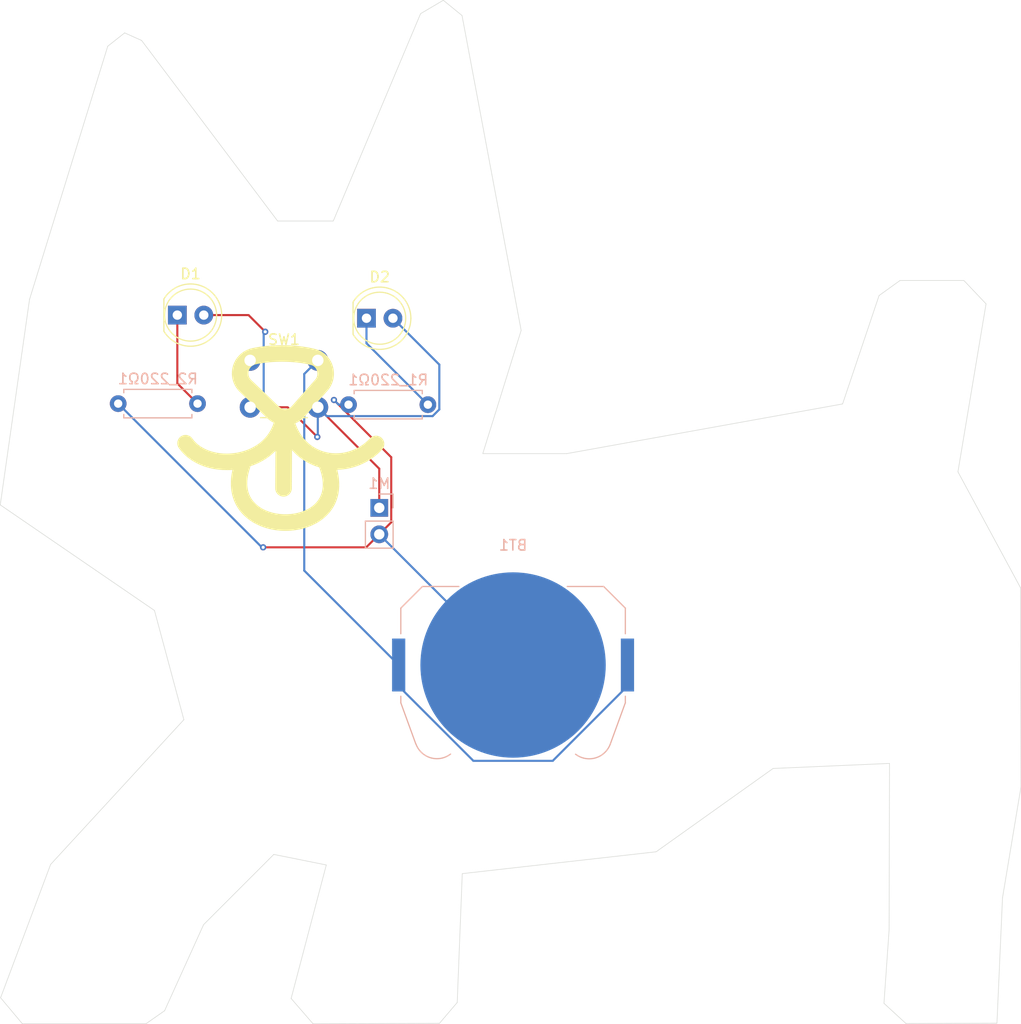
<source format=kicad_pcb>
(kicad_pcb (version 20241229) (generator "pcbnew") (generator_version "9.0")
  (layers (0 "F.Cu" signal) (2 "B.Cu" signal) (13 "F.Paste" user) (15 "B.Paste" user) (5 "F.SilkS" user "F.Silkscreen") (7 "B.SilkS" user "B.Silkscreen") (1 "F.Mask" user) (3 "B.Mask" user) (25 "Edge.Cuts" user))
  (net 0 "")
  (net 1 "Net-(BT1-+)")
  (net 2 "Net-(BT1--)")
  (net 3 "Net-(D1-A)")
  (net 4 "Net-(D1-K)")
  (net 5 "Net-(D2-K)")
  (footprint "LED_THT:LED_D5.0mm" (layer "F.Cu") (at 147.225 80.1)
    (property "Reference" "D2" (at 1.27 -3.96 0) (layer "F.SilkS"))
    (property "Value" "LED")
    (fp_line (start -1.29 -1.545) (end -1.29 1.545) (stroke (width 0.12)) (layer "F.SilkS"))
    (fp_arc (start -1.29 -1.54483) (mid 2.071756 -2.880501) (end 4.26 -0.000048) (stroke (width 0.12)) (layer "F.SilkS"))
    (fp_arc (start 4.26 0.000048) (mid 2.071756 2.880501) (end -1.29 1.54483) (stroke (width 0.12)) (layer "F.SilkS"))
    (fp_circle (center 1.27 0) (end 3.77 0) (stroke (width 0.12)) (fill no) (layer "F.SilkS"))
    (pad "1" thru_hole rect (at 0 0) (size 1.8 1.8) (drill 0.9) (layers "*.Cu" "*.Mask") (net 5 "Net-(D2-K)"))
    (pad "2" thru_hole circle (at 2.54 0) (size 1.8 1.8) (drill 0.9) (layers "*.Cu" "*.Mask") (net 3 "Net-(D1-A)"))
  )
  (footprint "LED_THT:LED_D5.0mm" (layer "F.Cu") (at 129.06 79.8)
    (property "Reference" "D1" (at 1.27 -3.96 0) (layer "F.SilkS"))
    (property "Value" "LED")
    (fp_line (start -1.29 -1.545) (end -1.29 1.545) (stroke (width 0.12)) (layer "F.SilkS"))
    (fp_arc (start -1.29 -1.54483) (mid 2.071756 -2.880501) (end 4.26 -0.000048) (stroke (width 0.12)) (layer "F.SilkS"))
    (fp_arc (start 4.26 0.000048) (mid 2.071756 2.880501) (end -1.29 1.54483) (stroke (width 0.12)) (layer "F.SilkS"))
    (fp_circle (center 1.27 0) (end 3.77 0) (stroke (width 0.12)) (fill no) (layer "F.SilkS"))
    (pad "1" thru_hole rect (at 0 0) (size 1.8 1.8) (drill 0.9) (layers "*.Cu" "*.Mask") (net 4 "Net-(D1-K)"))
    (pad "2" thru_hole circle (at 2.54 0) (size 1.8 1.8) (drill 0.9) (layers "*.Cu" "*.Mask") (net 3 "Net-(D1-A)"))
  )
  (footprint "Button_Switch_THT:SW_PUSH_6mm" (layer "F.Cu") (at 136.05 84.15)
    (property "Reference" "SW1" (at 3.25 -2 0) (layer "F.SilkS"))
    (property "Value" "SW_Push")
    (fp_line (start -0.25 1.5) (end -0.25 3) (stroke (width 0.12)) (layer "F.SilkS"))
    (fp_line (start 1 5.5) (end 5.5 5.5) (stroke (width 0.12)) (layer "F.SilkS"))
    (fp_line (start 5.5 -1) (end 1 -1) (stroke (width 0.12)) (layer "F.SilkS"))
    (fp_line (start 6.75 3) (end 6.75 1.5) (stroke (width 0.12)) (layer "F.SilkS"))
    (pad "1" thru_hole circle (at 0 0 90) (size 2 2) (drill 1.1) (layers "*.Cu" "*.Mask") (net 1 "Net-(BT1-+)"))
    (pad "1" thru_hole circle (at 6.5 0 90) (size 2 2) (drill 1.1) (layers "*.Cu" "*.Mask") (net 1 "Net-(BT1-+)"))
    (pad "2" thru_hole circle (at 0 4.5 90) (size 2 2) (drill 1.1) (layers "*.Cu" "*.Mask") (net 3 "Net-(D1-A)"))
    (pad "2" thru_hole circle (at 6.5 4.5 90) (size 2 2) (drill 1.1) (layers "*.Cu" "*.Mask") (net 3 "Net-(D1-A)"))
  )
  (footprint "Connector_PinHeader_2.54mm:PinHeader_1x02_P2.54mm_Vertical" (layer "B.Cu") (at 148.45 98.31 180)
    (property "Reference" "M1" (at 0 2.33 0) (layer "B.SilkS") (effects (justify mirror)))
    (property "Value" "Motor_DC")
    (fp_line (start 1.33 -1.27) (end -1.33 -1.27) (stroke (width 0.12)) (layer "B.SilkS"))
    (fp_line (start 1.33 -3.87) (end 1.33 -1.27) (stroke (width 0.12)) (layer "B.SilkS"))
    (fp_line (start 1.33 -3.87) (end -1.33 -3.87) (stroke (width 0.12)) (layer "B.SilkS"))
    (fp_line (start 0 1.33) (end -1.33 1.33) (stroke (width 0.12)) (layer "B.SilkS"))
    (fp_line (start -1.33 1.33) (end -1.33 0) (stroke (width 0.12)) (layer "B.SilkS"))
    (fp_line (start -1.33 -3.87) (end -1.33 -1.27) (stroke (width 0.12)) (layer "B.SilkS"))
    (pad "1" thru_hole rect (at 0 0 180) (size 1.7 1.7) (drill 1) (layers "*.Cu" "*.Mask") (net 3 "Net-(D1-A)"))
    (pad "2" thru_hole oval (at 0 -2.54 180) (size 1.7 1.7) (drill 1) (layers "*.Cu" "*.Mask") (net 2 "Net-(BT1--)"))
  )
  (footprint "Resistor_THT:R_Axial_DIN0207_L6.3mm_D2.5mm_P7.62mm_Horizontal" (layer "B.Cu") (at 131 88.3 180)
    (property "Reference" "R2_220Ω1" (at 3.81 2.37 0) (layer "B.SilkS") (effects (justify mirror)))
    (property "Value" "R")
    (fp_line (start 7.08 1.37) (end 0.54 1.37) (stroke (width 0.12)) (layer "B.SilkS"))
    (fp_line (start 7.08 1.04) (end 7.08 1.37) (stroke (width 0.12)) (layer "B.SilkS"))
    (fp_line (start 7.08 -1.04) (end 7.08 -1.37) (stroke (width 0.12)) (layer "B.SilkS"))
    (fp_line (start 7.08 -1.37) (end 0.54 -1.37) (stroke (width 0.12)) (layer "B.SilkS"))
    (fp_line (start 0.54 1.37) (end 0.54 1.04) (stroke (width 0.12)) (layer "B.SilkS"))
    (fp_line (start 0.54 -1.37) (end 0.54 -1.04) (stroke (width 0.12)) (layer "B.SilkS"))
    (pad "1" thru_hole circle (at 0 0 180) (size 1.6 1.6) (drill 0.8) (layers "*.Cu" "*.Mask") (net 4 "Net-(D1-K)"))
    (pad "2" thru_hole oval (at 7.62 0 180) (size 1.6 1.6) (drill 0.8) (layers "*.Cu" "*.Mask") (net 2 "Net-(BT1--)"))
  )
  (footprint "Battery:BatteryHolder_Keystone_3034_1x20mm" (layer "B.Cu") (at 161.3 113.4 180)
    (property "Reference" "BT1" (at 0 11.5 0) (layer "B.SilkS") (effects (justify mirror)))
    (property "Value" "Battery")
    (fp_line (start 10.78 5.46) (end 8.7 7.54) (stroke (width 0.12)) (layer "B.SilkS"))
    (fp_line (start 10.78 3) (end 10.78 5.46) (stroke (width 0.12)) (layer "B.SilkS"))
    (fp_line (start 10.78 -3.63) (end 10.78 -3) (stroke (width 0.12)) (layer "B.SilkS"))
    (fp_line (start 9.34 -7.58) (end 10.78 -3.63) (stroke (width 0.12)) (layer "B.SilkS"))
    (fp_line (start 5.2 7.54) (end 8.7 7.54) (stroke (width 0.12)) (layer "B.SilkS"))
    (fp_line (start -8.7 7.54) (end -5.2 7.54) (stroke (width 0.12)) (layer "B.SilkS"))
    (fp_line (start -9.34 -7.58) (end -10.78 -3.63) (stroke (width 0.12)) (layer "B.SilkS"))
    (fp_line (start -10.78 5.46) (end -8.7 7.54) (stroke (width 0.12)) (layer "B.SilkS"))
    (fp_line (start -10.78 3) (end -10.78 5.46) (stroke (width 0.12)) (layer "B.SilkS"))
    (fp_line (start -10.78 -3.63) (end -10.78 -3) (stroke (width 0.12)) (layer "B.SilkS"))
    (fp_arc (start 6 -8.55) (mid 7.90634 -8.911669) (end 9.325243 -7.588169) (stroke (width 0.12)) (layer "B.SilkS"))
    (fp_arc (start -9.34 -7.58) (mid -7.921654 -8.918738) (end -6.003354 -8.56653) (stroke (width 0.12)) (layer "B.SilkS"))
    (pad "1" smd rect (at -10.985 0 180) (size 1.27 5.08) (layers "B.Cu" "B.Mask" "B.Paste") (net 1 "Net-(BT1-+)"))
    (pad "1" smd rect (at 10.985 0 180) (size 1.27 5.08) (layers "B.Cu" "B.Mask" "B.Paste") (net 1 "Net-(BT1-+)"))
    (pad "2" smd circle (at 0 0 180) (size 17.8 17.8) (layers "B.Cu" "B.Mask") (net 2 "Net-(BT1--)"))
  )
  (footprint "Resistor_THT:R_Axial_DIN0207_L6.3mm_D2.5mm_P7.62mm_Horizontal" (layer "B.Cu") (at 153.12 88.4 180)
    (property "Reference" "R1_220Ω1" (at 3.81 2.37 0) (layer "B.SilkS") (effects (justify mirror)))
    (property "Value" "R")
    (fp_line (start 7.08 1.37) (end 0.54 1.37) (stroke (width 0.12)) (layer "B.SilkS"))
    (fp_line (start 7.08 1.04) (end 7.08 1.37) (stroke (width 0.12)) (layer "B.SilkS"))
    (fp_line (start 7.08 -1.04) (end 7.08 -1.37) (stroke (width 0.12)) (layer "B.SilkS"))
    (fp_line (start 7.08 -1.37) (end 0.54 -1.37) (stroke (width 0.12)) (layer "B.SilkS"))
    (fp_line (start 0.54 1.37) (end 0.54 1.04) (stroke (width 0.12)) (layer "B.SilkS"))
    (fp_line (start 0.54 -1.37) (end 0.54 -1.04) (stroke (width 0.12)) (layer "B.SilkS"))
    (pad "1" thru_hole circle (at 0 0 180) (size 1.6 1.6) (drill 0.8) (layers "*.Cu" "*.Mask") (net 5 "Net-(D2-K)"))
    (pad "2" thru_hole oval (at 7.62 0 180) (size 1.6 1.6) (drill 0.8) (layers "*.Cu" "*.Mask") (net 2 "Net-(BT1--)"))
  )
  (gr_poly (pts (xy 139.699925 82.702012) (xy 140.09574 82.721964) (xy 140.486251 82.75189) (xy 140.869386 82.791763) (xy 141.243074 82.841556) (xy 141.605244 82.901241) (xy 141.953825 82.970791) (xy 142.286746 83.050178) (xy 142.437515 83.094382) (xy 142.583828 83.147739) (xy 142.725374 83.209954) (xy 142.861838 83.280732) (xy 142.992907 83.359776) (xy 143.118268 83.446791) (xy 143.237606 83.541483) (xy 143.350609 83.643556) (xy 143.456963 83.752713) (xy 143.556355 83.86866) (xy 143.648471 83.991102) (xy 143.732997 84.119742) (xy 143.809621 84.254286) (xy 143.878028 84.394437) (xy 143.937906 84.539901) (xy 143.988941 84.690383) (xy 144.03143 84.847354) (xy 144.063609 85.0052) (xy 144.08556 85.163492) (xy 144.097364 85.321797) (xy 144.099103 85.479683) (xy 144.09086 85.63672) (xy 144.072715 85.792476) (xy 144.04475 85.946519) (xy 144.007048 86.098419) (xy 143.95969 86.247743) (xy 143.902758 86.39406) (xy 143.836333 86.536938) (xy 143.760497 86.675947) (xy 143.675333 86.810655) (xy 143.580921 86.94063) (xy 143.477344 87.065441) (xy 141.269767 89.564482) (xy 141.222609 89.616515) (xy 141.17418 89.666817) (xy 141.124515 89.715403) (xy 141.073651 89.762286) (xy 141.021625 89.80748) (xy 140.968473 89.850997) (xy 140.91423 89.892853) (xy 140.858934 89.93306) (xy 140.802621 89.971631) (xy 140.745326 90.008582) (xy 140.687087 90.043925) (xy 140.627939 90.077673) (xy 140.567919 90.109841) (xy 140.507064 90.140443) (xy 140.445408 90.169491) (xy 140.38299 90.196999) (xy 140.417096 90.255911) (xy 140.521012 90.522036) (xy 140.638318 90.77718) (xy 140.768598 91.020969) (xy 140.911433 91.253032) (xy 141.066405 91.472995) (xy 141.233096 91.680487) (xy 141.411087 91.875135) (xy 141.599961 92.056566) (xy 141.7993 92.224408) (xy 142.008685 92.378289) (xy 142.227698 92.517835) (xy 142.455921 92.642675) (xy 142.692937 92.752436) (xy 142.938327 92.846746) (xy 143.191672 92.925232) (xy 143.452556 92.987521) (xy 143.730298 93.034369) (xy 144.009458 93.062329) (xy 144.289126 93.071695) (xy 144.568394 93.062762) (xy 144.846354 93.035825) (xy 145.122097 92.99118) (xy 145.394715 92.929122) (xy 145.663299 92.849945) (xy 145.926941 92.753945) (xy 146.184733 92.641417) (xy 146.435766 92.512656) (xy 146.679132 92.367957) (xy 146.913922 92.207615) (xy 147.139227 92.031926) (xy 147.35414 91.841184) (xy 147.557752 91.635685) (xy 147.586518 91.606345) (xy 147.616378 91.578788) (xy 147.647263 91.553016) (xy 147.679106 91.529031) (xy 147.711836 91.506835) (xy 147.745386 91.486431) (xy 147.779686 91.467821) (xy 147.814668 91.451008) (xy 147.850264 91.435993) (xy 147.886404 91.422779) (xy 147.92302 91.411368) (xy 147.960043 91.401762) (xy 147.997404 91.393964) (xy 148.035035 91.387976) (xy 148.072868 91.3838) (xy 148.110832 91.381439) (xy 148.14886 91.380894) (xy 148.186883 91.382169) (xy 148.224832 91.385264) (xy 148.262639 91.390183) (xy 148.300234 91.396928) (xy 148.33755 91.405501) (xy 148.374517 91.415905) (xy 148.411066 91.428141) (xy 148.44713 91.442212) (xy 148.482638 91.45812) (xy 148.517524 91.475868) (xy 148.551717 91.495457) (xy 148.585149 91.51689) (xy 148.617752 91.54017) (xy 148.649457 91.565298) (xy 148.680194 91.592277) (xy 148.709534 91.62077) (xy 148.737092 91.650392) (xy 148.762864 91.681073) (xy 148.786849 91.712741) (xy 148.809045 91.745327) (xy 148.829449 91.77876) (xy 148.848059 91.81297) (xy 148.864872 91.847886) (xy 148.879887 91.883438) (xy 148.893101 91.919556) (xy 148.904512 91.956169) (xy 148.914118 91.993207) (xy 148.921916 92.030599) (xy 148.927904 92.068275) (xy 148.93208 92.106164) (xy 148.934441 92.144196) (xy 148.934986 92.182302) (xy 148.933711 92.220409) (xy 148.930616 92.258448) (xy 148.925696 92.296349) (xy 148.918951 92.334041) (xy 148.910378 92.371453) (xy 148.899975 92.408516) (xy 148.887738 92.445158) (xy 148.873667 92.48131) (xy 148.857759 92.5169) (xy 148.840011 92.551859) (xy 148.820422 92.586117) (xy 148.798989 92.619602) (xy 148.775709 92.652244) (xy 148.750581 92.683974) (xy 148.723602 92.71472) (xy 148.507432 92.936403) (xy 148.281401 93.145546) (xy 148.046115 93.341964) (xy 147.802177 93.525469) (xy 147.55019 93.695876) (xy 147.29076 93.852998) (xy 147.024491 93.996648) (xy 146.751986 94.126642) (xy 146.473849 94.242792) (xy 146.190686 94.344912) (xy 145.9031 94.432816) (xy 145.611695 94.506318) (xy 145.317075 94.565232) (xy 145.019845 94.609371) (xy 144.720609 94.638548) (xy 144.419971 94.652579) (xy 144.500611 95.008986) (xy 144.55886 95.359306) (xy 144.594782 95.703049) (xy 144.608439 96.039724) (xy 144.606939 96.205258) (xy 144.599896 96.368841) (xy 144.587319 96.530412) (xy 144.569216 96.68991) (xy 144.545594 96.847273) (xy 144.516462 97.002439) (xy 144.481827 97.155349) (xy 144.441698 97.305939) (xy 144.396082 97.454149) (xy 144.344988 97.599918) (xy 144.288422 97.743184) (xy 144.226394 97.883886) (xy 144.158911 98.021963) (xy 144.085981 98.157353) (xy 144.007612 98.289995) (xy 143.923812 98.419828) (xy 143.834588 98.54679) (xy 143.73995 98.67082) (xy 143.639904 98.791857) (xy 143.534459 98.909839) (xy 143.423623 99.024705) (xy 143.307403 99.136394) (xy 143.185808 99.244845) (xy 143.058845 99.349995) (xy 142.872887 99.491379) (xy 142.679291 99.623673) (xy 142.478557 99.746874) (xy 142.271184 99.860978) (xy 142.057671 99.965979) (xy 141.838519 100.061873) (xy 141.614225 100.148656) (xy 141.385291 100.226323) (xy 141.152214 100.29487) (xy 140.915494 100.354292) (xy 140.675631 100.404584) (xy 140.433125 100.445742) (xy 140.188473 100.477762) (xy 139.942177 100.500639) (xy 139.694735 100.514369) (xy 139.446646 100.518946) (xy 139.216454 100.51502) (xy 138.986582 100.503227) (xy 138.757419 100.483551) (xy 138.529357 100.455973) (xy 138.302785 100.420473) (xy 138.078094 100.377036) (xy 137.855675 100.325641) (xy 137.635916 100.26627) (xy 137.41921 100.198906) (xy 137.205946 100.12353) (xy 136.996514 100.040123) (xy 136.791305 99.948668) (xy 136.59071 99.849146) (xy 136.395118 99.741539) (xy 136.204919 99.625828) (xy 136.020505 99.501996) (xy 135.742233 99.290945) (xy 135.486544 99.065119) (xy 135.253564 98.825077) (xy 135.043422 98.571378) (xy 134.856243 98.30458) (xy 134.692155 98.025242) (xy 134.551286 97.733923) (xy 134.433763 97.43118) (xy 134.339711 97.117573) (xy 134.26926 96.79366) (xy 134.222536 96.459999) (xy 134.199665 96.11715) (xy 134.200382 95.890324) (xy 135.774432 95.890324) (xy 135.774625 96.02194) (xy 135.779861 96.151209) (xy 135.79013 96.278104) (xy 135.805427 96.4026) (xy 135.825744 96.524668) (xy 135.851073 96.644284) (xy 135.881407 96.761419) (xy 135.916739 96.876047) (xy 135.957061 96.988142) (xy 136.002366 97.097677) (xy 136.052647 97.204626) (xy 136.107895 97.30896) (xy 136.168105 97.410655) (xy 136.233268 97.509683) (xy 136.303377 97.606017) (xy 136.378425 97.699632) (xy 136.458404 97.790499) (xy 136.543308 97.878593) (xy 136.633127 97.963887) (xy 136.727856 98.046355) (xy 136.827487 98.125969) (xy 136.932013 98.202702) (xy 137.068236 98.293531) (xy 137.209804 98.378244) (xy 137.35634 98.456848) (xy 137.507466 98.52935) (xy 137.821979 98.656075) (xy 138.150322 98.758475) (xy 138.489474 98.836602) (xy 138.836415 98.890513) (xy 139.188125 98.920261) (xy 139.541583 98.925901) (xy 139.893768 98.907488) (xy 140.241661 98.865075) (xy 140.58224 98.798719) (xy 140.912485 98.708472) (xy 141.229375 98.594391) (xy 141.529891 98.456528) (xy 141.673064 98.378696) (xy 141.811011 98.294939) (xy 141.943354 98.205265) (xy 142.069715 98.109679) (xy 142.251971 97.951443) (xy 142.415043 97.782646) (xy 142.55893 97.603483) (xy 142.683632 97.414149) (xy 142.789149 97.214841) (xy 142.875481 97.005754) (xy 142.942628 96.787082) (xy 142.990591 96.559022) (xy 143.019368 96.321769) (xy 143.028961 96.075519) (xy 143.019369 95.820466) (xy 142.990592 95.556807) (xy 142.94263 95.284737) (xy 142.875482 95.004452) (xy 142.78915 94.716146) (xy 142.683633 94.420015) (xy 142.492743 94.360544) (xy 142.305015 94.294947) (xy 142.120557 94.223274) (xy 141.939478 94.145573) (xy 141.761889 94.061896) (xy 141.587896 93.972291) (xy 141.417611 93.87681) (xy 141.251141 93.775501) (xy 141.088595 93.668415) (xy 140.930083 93.555601) (xy 140.775713 93.43711) (xy 140.625595 93.312992) (xy 140.479838 93.183295) (xy 140.338549 93.04807) (xy 140.201839 92.907368) (xy 140.069817 92.761237) (xy 140.051214 96.438521) (xy 140.049905 96.479254) (xy 140.046592 96.519447) (xy 140.041323 96.55905) (xy 140.034148 96.598015) (xy 140.025115 96.636291) (xy 140.014274 96.673831) (xy 140.001673 96.710583) (xy 139.98736 96.746498) (xy 139.971385 96.781529) (xy 139.953797 96.815624) (xy 139.934644 96.848734) (xy 139.913975 96.880811) (xy 139.891839 96.911804) (xy 139.868285 96.941665) (xy 139.843362 96.970344) (xy 139.817118 96.997791) (xy 139.789603 97.023958) (xy 139.760864 97.048794) (xy 139.730951 97.07225) (xy 139.699914 97.094278) (xy 139.6678 97.114827) (xy 139.634658 97.133849) (xy 139.600537 97.151293) (xy 139.565487 97.167111) (xy 139.529555 97.181253) (xy 139.492791 97.193669) (xy 139.455244 97.204311) (xy 139.416962 97.213129) (xy 139.377994 97.220073) (xy 139.338389 97.225094) (xy 139.298196 97.228143) (xy 139.257464 97.229171) (xy 139.254362 97.229171) (xy 139.213349 97.227853) (xy 139.172894 97.224515) (xy 139.133046 97.219205) (xy 139.093854 97.211974) (xy 139.055369 97.202871) (xy 139.01764 97.191948) (xy 138.980716 97.179252) (xy 138.944646 97.164836) (xy 138.90948 97.148748) (xy 138.875267 97.131039) (xy 138.842056 97.111758) (xy 138.809898 97.090955) (xy 138.778841 97.068681) (xy 138.748935 97.044986) (xy 138.720229 97.019919) (xy 138.692772 96.99353) (xy 138.666615 96.965869) (xy 138.641805 96.936986) (xy 138.618394 96.906932) (xy 138.59643 96.875756) (xy 138.575962 96.843508) (xy 138.55704 96.810238) (xy 138.539714 96.775996) (xy 138.524032 96.740832) (xy 138.510044 96.704796) (xy 138.4978 96.667938) (xy 138.487349 96.630308) (xy 138.47874 96.591956) (xy 138.472023 96.552931) (xy 138.467247 96.513284) (xy 138.464462 96.473065) (xy 138.463716 96.432324) (xy 138.482321 92.848066) (xy 138.482319 92.848048) (xy 138.482318 92.84803) (xy 138.482317 92.848012) (xy 138.482316 92.847995) (xy 138.482314 92.847959) (xy 138.482313 92.847923) (xy 138.358889 92.968266) (xy 138.231649 93.08506) (xy 138.100629 93.198246) (xy 137.965866 93.307765) (xy 137.827396 93.413557) (xy 137.685256 93.515565) (xy 137.539483 93.613729) (xy 137.390112 93.707991) (xy 137.23718 93.798292) (xy 137.080725 93.884572) (xy 136.920781 93.966773) (xy 136.757387 94.044837) (xy 136.590578 94.118703) (xy 136.42039 94.188315) (xy 136.246861 94.253611) (xy 136.070027 94.314535) (xy 136.068083 94.331843) (xy 136.066685 94.348934) (xy 136.064215 94.38275) (xy 136.062489 94.399622) (xy 136.06136 94.40808) (xy 136.06 94.416566) (xy 136.058367 94.425088) (xy 136.056421 94.433655) (xy 136.05412 94.442277) (xy 136.051424 94.450963) (xy 136.000793 94.604579) (xy 135.955278 94.756116) (xy 135.914871 94.905545) (xy 135.879565 95.052841) (xy 135.849352 95.197978) (xy 135.824225 95.340927) (xy 135.804177 95.481663) (xy 135.789201 95.620159) (xy 135.779288 95.756388) (xy 135.774432 95.890324) (xy 134.200382 95.890324) (xy 134.200776 95.765671) (xy 134.225995 95.406121) (xy 134.27545 95.039057) (xy 134.349267 94.665039) (xy 134.349266 94.664991) (xy 134.349264 94.664943) (xy 134.349262 94.664895) (xy 134.349261 94.664871) (xy 134.349259 94.664847) (xy 134.206972 94.675165) (xy 134.135665 94.67918) (xy 134.064394 94.682286) (xy 133.993268 94.684375) (xy 133.922397 94.685338) (xy 133.85189 94.685066) (xy 133.781855 94.683449) (xy 133.424503 94.674413) (xy 133.072709 94.647495) (xy 132.727309 94.602981) (xy 132.389138 94.541157) (xy 132.059031 94.462311) (xy 131.737826 94.366727) (xy 131.426358 94.254693) (xy 131.125462 94.126495) (xy 130.835975 93.982418) (xy 130.558732 93.822749) (xy 130.29457 93.647775) (xy 130.044324 93.457782) (xy 129.80883 93.253056) (xy 129.696877 93.145257) (xy 129.588924 93.033882) (xy 129.485078 92.918968) (xy 129.385442 92.800549) (xy 129.290121 92.678661) (xy 129.19922 92.553341) (xy 129.176945 92.519245) (xy 129.15662 92.484436) (xy 129.138235 92.448983) (xy 129.121778 92.412955) (xy 129.107237 92.376421) (xy 129.094602 92.339449) (xy 129.083861 92.302107) (xy 129.075003 92.264466) (xy 129.068016 92.226592) (xy 129.062888 92.188556) (xy 129.05961 92.150425) (xy 129.058168 92.112269) (xy 129.058552 92.074155) (xy 129.060751 92.036154) (xy 129.064753 91.998333) (xy 129.070547 91.960761) (xy 129.078121 91.923507) (xy 129.087464 91.886639) (xy 129.098565 91.850227) (xy 129.111412 91.814338) (xy 129.125994 91.779043) (xy 129.1423 91.744408) (xy 129.160318 91.710504) (xy 129.180036 91.677399) (xy 129.201445 91.64516) (xy 129.224532 91.613858) (xy 129.249285 91.583561) (xy 129.275694 91.554338) (xy 129.303747 91.526256) (xy 129.333433 91.499386) (xy 129.36474 91.473795) (xy 129.397658 91.449552) (xy 129.431754 91.427277) (xy 129.466563 91.406953) (xy 129.502015 91.388568) (xy 129.538043 91.372111) (xy 129.574578 91.35757) (xy 129.61155 91.344935) (xy 129.648891 91.334194) (xy 129.686533 91.325336) (xy 129.724406 91.318348) (xy 129.762443 91.313221) (xy 129.800573 91.309942) (xy 129.83873 91.3085) (xy 129.876843 91.308884) (xy 129.914845 91.311083) (xy 129.952666 91.315084) (xy 129.990238 91.320878) (xy 130.027492 91.328452) (xy 130.064359 91.337795) (xy 130.100772 91.348895) (xy 130.13666 91.361742) (xy 130.171956 91.376324) (xy 130.20659 91.39263) (xy 130.240494 91.410648) (xy 130.2736 91.430367) (xy 130.305838 91.451775) (xy 130.33714 91.474862) (xy 130.367437 91.499616) (xy 130.396661 91.526025) (xy 130.424742 91.554078) (xy 130.451613 91.583764) (xy 130.477203 91.615072) (xy 130.501446 91.64799) (xy 130.65929 91.852748) (xy 130.837784 92.043503) (xy 131.035635 92.219841) (xy 131.251547 92.381349) (xy 131.484227 92.527614) (xy 131.732381 92.658223) (xy 131.994714 92.772762) (xy 132.269932 92.870818) (xy 132.55674 92.951978) (xy 132.853846 93.015828) (xy 133.159954 93.061956) (xy 133.47377 93.089948) (xy 133.794001 93.09939) (xy 134.119351 93.08987) (xy 134.448527 93.060974) (xy 134.780235 93.012289) (xy 135.107775 92.944756) (xy 135.423768 92.859913) (xy 135.727643 92.758255) (xy 136.018827 92.640278) (xy 136.296747 92.506475) (xy 136.560833 92.357343) (xy 136.810511 92.193377) (xy 137.04521 92.015072) (xy 137.156763 91.920697) (xy 137.264357 91.822923) (xy 137.36792 91.721812) (xy 137.46738 91.617426) (xy 137.562667 91.509826) (xy 137.653708 91.399075) (xy 137.740432 91.285234) (xy 137.822768 91.168366) (xy 137.900643 91.048531) (xy 137.973987 90.925793) (xy 138.042729 90.800214) (xy 138.106795 90.671853) (xy 138.166116 90.540775) (xy 138.220618 90.407041) (xy 138.270232 90.270712) (xy 138.314885 90.131851) (xy 138.233968 90.089961) (xy 138.154139 90.045565) (xy 138.114702 90.02237) (xy 138.075619 89.99848) (xy 138.036917 89.973873) (xy 137.998624 89.948525) (xy 137.960768 89.922414) (xy 137.923374 89.895518) (xy 137.886471 89.867813) (xy 137.850086 89.839277) (xy 137.814247 89.809887) (xy 137.778979 89.779621) (xy 137.744312 89.748455) (xy 137.710271 89.716367) (xy 135.059305 87.177004) (xy 134.940222 87.055454) (xy 134.830732 86.927182) (xy 134.73098 86.792731) (xy 134.641111 86.652647) (xy 134.56127 86.507475) (xy 134.491604 86.35776) (xy 134.432257 86.204047) (xy 134.383374 86.046882) (xy 134.345101 85.886808) (xy 134.317584 85.724372) (xy 134.300966 85.560119) (xy 134.296141 85.416761) (xy 135.883087 85.416761) (xy 135.88549 85.472501) (xy 135.891772 85.530712) (xy 135.902559 85.590956) (xy 135.918478 85.652799) (xy 135.940157 85.715805) (xy 135.953351 85.747607) (xy 135.968221 85.779537) (xy 135.984843 85.811539) (xy 136.003297 85.843559) (xy 136.023661 85.875543) (xy 136.046013 85.907436) (xy 136.070432 85.939184) (xy 136.096995 85.970731) (xy 136.125782 86.002025) (xy 136.15687 86.033009) (xy 138.80481 88.569195) (xy 138.83859 88.600218) (xy 138.873605 88.629316) (xy 138.909783 88.656451) (xy 138.947051 88.681588) (xy 138.985337 88.704691) (xy 139.024567 88.725723) (xy 139.064669 88.744647) (xy 139.10557 88.761427) (xy 139.147198 88.776028) (xy 139.18948 88.788412) (xy 139.232343 88.798543) (xy 139.275715 88.806386) (xy 139.319523 88.811903) (xy 139.363695 88.815058) (xy 139.408157 88.815815) (xy 139.452837 88.814138) (xy 139.49792 88.811272) (xy 139.54244 88.806181) (xy 139.586342 88.798891) (xy 139.629572 88.789431) (xy 139.672076 88.777826) (xy 139.713798 88.764105) (xy 139.754684 88.748295) (xy 139.79468 88.730423) (xy 139.833731 88.710515) (xy 139.871783 88.688601) (xy 139.908781 88.664706) (xy 139.944671 88.638858) (xy 139.979398 88.611084) (xy 140.012908 88.581412) (xy 140.045145 88.549868) (xy 140.076057 88.51648) (xy 142.283634 86.01744) (xy 142.321491 85.97227) (xy 142.355978 85.925218) (xy 142.387068 85.876441) (xy 142.414734 85.826091) (xy 142.438947 85.774324) (xy 142.459681 85.721294) (xy 142.476909 85.667155) (xy 142.490603 85.612062) (xy 142.500736 85.556169) (xy 142.507281 85.499632) (xy 142.51021 85.442603) (xy 142.509498 85.385239) (xy 142.505115 85.327692) (xy 142.497035 85.270119) (xy 142.48523 85.212672) (xy 142.469674 85.155508) (xy 142.460912 85.128323) (xy 142.449584 85.097173) (xy 142.435449 85.062671) (xy 142.418267 85.02543) (xy 142.397796 84.986064) (xy 142.373797 84.945184) (xy 142.346028 84.903406) (xy 142.314249 84.861341) (xy 142.278219 84.819603) (xy 142.237697 84.778806) (xy 142.215677 84.758951) (xy 142.192443 84.739562) (xy 142.167966 84.720714) (xy 142.142215 84.702484) (xy 142.115161 84.68495) (xy 142.086774 84.668187) (xy 142.057022 84.652272) (xy 142.025877 84.637282) (xy 141.993309 84.623293) (xy 141.959286 84.610383) (xy 141.923779 84.598628) (xy 141.886758 84.588104) (xy 141.599326 84.519654) (xy 141.296497 84.459665) (xy 140.980315 84.408169) (xy 140.652823 84.365199) (xy 140.316066 84.330786) (xy 139.972087 84.304962) (xy 139.622931 84.287758) (xy 139.27064 84.279207) (xy 138.917259 84.27934) (xy 138.564832 84.288188) (xy 138.215402 84.305784) (xy 137.871014 84.33216) (xy 137.533711 84.367346) (xy 137.205537 84.411376) (xy 136.888535 84.46428) (xy 136.58475 84.526091) (xy 136.524055 84.541916) (xy 136.4653 84.561411) (xy 136.408606 84.584466) (xy 136.354096 84.610973) (xy 136.301894 84.640823) (xy 136.252122 84.673906) (xy 136.204902 84.710114) (xy 136.160357 84.749337) (xy 136.11861 84.791468) (xy 136.079784 84.836396) (xy 136.044001 84.884013) (xy 136.011383 84.934209) (xy 135.982053 84.986877) (xy 135.956135 85.041906) (xy 135.933751 85.099189) (xy 135.915022 85.158615) (xy 135.899727 85.227225) (xy 135.892883 85.268724) (xy 135.88741 85.314437) (xy 135.883936 85.363928) (xy 135.883087 85.416761) (xy 134.296141 85.416761) (xy 134.295395 85.394593) (xy 134.301014 85.228339) (xy 134.31797 85.061904) (xy 134.346408 84.895831) (xy 134.386472 84.730666) (xy 134.438327 84.567524) (xy 134.500606 84.409708) (xy 134.572903 84.257604) (xy 134.654815 84.111598) (xy 134.745938 83.972076) (xy 134.845867 83.839425) (xy 134.954198 83.71403) (xy 135.070527 83.596279) (xy 135.19445 83.486556) (xy 135.325563 83.38525) (xy 135.463462 83.292745) (xy 135.607742 83.209428) (xy 135.757999 83.135686) (xy 135.913829 83.071904) (xy 136.074828 83.018468) (xy 136.240592 82.975766) (xy 136.590954 82.904727) (xy 136.95465 82.843906) (xy 137.32961 82.793278) (xy 137.713762 82.752814) (xy 138.105036 82.722488) (xy 138.50136 82.702271) (xy 138.900664 82.692138) (xy 139.300876 82.692061)) (stroke (width -0.000001)) (fill yes) (layer "F.SilkS"))
  (gr_line (start 112.088417 145.352174) (end 114.178862 147.848772) (stroke (width 0.05)) (layer "Edge.Cuts"))
  (gr_line (start 156.399402 51.033945) (end 162.077173 81.268311) (stroke (width 0.05)) (layer "Edge.Cuts"))
  (gr_line (start 210.032907 105.987115) (end 210.070993 125.119982) (stroke (width 0.05)) (layer "Edge.Cuts"))
  (gr_line (start 197.410836 138.83584) (end 197.45 122.85) (stroke (width 0.05)) (layer "Edge.Cuts"))
  (gr_line (start 142.090665 147.850885) (end 139.987815 145.421153) (stroke (width 0.05)) (layer "Edge.Cuts"))
  (gr_line (start 208.3 135.75331) (end 210.070993 125.119982) (stroke (width 0.05)) (layer "Edge.Cuts"))
  (gr_line (start 210.032907 105.987115) (end 204.019189 94.848211) (stroke (width 0.05)) (layer "Edge.Cuts"))
  (gr_line (start 126.864502 108.164732) (end 129.687545 118.651834) (stroke (width 0.05)) (layer "Edge.Cuts"))
  (gr_line (start 155.936109 145.809542) (end 154.230989 147.809783) (stroke (width 0.05)) (layer "Edge.Cuts"))
  (gr_line (start 138.691968 70.766314) (end 144.034297 70.766314) (stroke (width 0.05)) (layer "Edge.Cuts"))
  (gr_line (start 208.3 135.75331) (end 207.765897 147.795516) (stroke (width 0.05)) (layer "Edge.Cuts"))
  (gr_line (start 124 52.7) (end 125.629917 53.426853) (stroke (width 0.05)) (layer "Edge.Cuts"))
  (gr_line (start 126.057768 147.843122) (end 114.178862 147.848772) (stroke (width 0.05)) (layer "Edge.Cuts"))
  (gr_line (start 158.391679 93.1) (end 166.457212 93.1) (stroke (width 0.05)) (layer "Edge.Cuts"))
  (gr_line (start 131.584441 138.328165) (end 127.837378 146.59762) (stroke (width 0.05)) (layer "Edge.Cuts"))
  (gr_line (start 198.45807 76.476126) (end 204.590593 76.476126) (stroke (width 0.05)) (layer "Edge.Cuts"))
  (gr_line (start 143.365176 132.603479) (end 139.987815 145.421153) (stroke (width 0.05)) (layer "Edge.Cuts"))
  (gr_line (start 143.365176 132.603479) (end 138.32236 131.588121) (stroke (width 0.05)) (layer "Edge.Cuts"))
  (gr_line (start 155.936109 145.809542) (end 156.422548 133.434038) (stroke (width 0.05)) (layer "Edge.Cuts"))
  (gr_line (start 131.584441 138.328165) (end 138.32236 131.588121) (stroke (width 0.05)) (layer "Edge.Cuts"))
  (gr_line (start 138.691968 70.766314) (end 125.629917 53.426853) (stroke (width 0.05)) (layer "Edge.Cuts"))
  (gr_line (start 129.687545 118.651834) (end 116.893232 132.54933) (stroke (width 0.05)) (layer "Edge.Cuts"))
  (gr_line (start 192.943689 88.331205) (end 166.457212 93.1) (stroke (width 0.05)) (layer "Edge.Cuts"))
  (gr_line (start 197.410836 138.83584) (end 196.916142 145.887879) (stroke (width 0.05)) (layer "Edge.Cuts"))
  (gr_line (start 112.088417 145.352174) (end 116.893232 132.54933) (stroke (width 0.05)) (layer "Edge.Cuts"))
  (gr_line (start 114.8671 78.294432) (end 122.373681 53.994782) (stroke (width 0.05)) (layer "Edge.Cuts"))
  (gr_line (start 126.057768 147.843122) (end 127.837378 146.59762) (stroke (width 0.05)) (layer "Edge.Cuts"))
  (gr_line (start 152.418458 50.854194) (end 154.6 49.566938) (stroke (width 0.05)) (layer "Edge.Cuts"))
  (gr_line (start 175.038485 131.335221) (end 186.267358 123.33565) (stroke (width 0.05)) (layer "Edge.Cuts"))
  (gr_line (start 197.45 122.85) (end 186.267358 123.33565) (stroke (width 0.05)) (layer "Edge.Cuts"))
  (gr_line (start 206.71961 78.721551) (end 204.590593 76.476126) (stroke (width 0.05)) (layer "Edge.Cuts"))
  (gr_line (start 142.090665 147.850885) (end 154.230989 147.809783) (stroke (width 0.05)) (layer "Edge.Cuts"))
  (gr_line (start 152.418458 50.854194) (end 144.034297 70.766314) (stroke (width 0.05)) (layer "Edge.Cuts"))
  (gr_line (start 199.027352 147.827539) (end 207.765897 147.795516) (stroke (width 0.05)) (layer "Edge.Cuts"))
  (gr_line (start 206.71961 78.721551) (end 204.019189 94.848211) (stroke (width 0.05)) (layer "Edge.Cuts"))
  (gr_line (start 192.943689 88.331205) (end 196.446466 77.922693) (stroke (width 0.05)) (layer "Edge.Cuts"))
  (gr_line (start 158.391679 93.1) (end 162.077173 81.268311) (stroke (width 0.05)) (layer "Edge.Cuts"))
  (gr_line (start 112.056483 98.024665) (end 126.864502 108.164732) (stroke (width 0.05)) (layer "Edge.Cuts"))
  (gr_line (start 156.399402 51.033945) (end 154.6 49.566938) (stroke (width 0.05)) (layer "Edge.Cuts"))
  (gr_line (start 124 52.7) (end 122.367194 53.989109) (stroke (width 0.05)) (layer "Edge.Cuts"))
  (gr_line (start 112.056483 98.024665) (end 114.8671 78.294432) (stroke (width 0.05)) (layer "Edge.Cuts"))
  (gr_line (start 198.45807 76.476126) (end 196.446466 77.922693) (stroke (width 0.05)) (layer "Edge.Cuts"))
  (gr_line (start 199.027352 147.827539) (end 196.916142 145.887879) (stroke (width 0.05)) (layer "Edge.Cuts"))
  (gr_line (start 175.038485 131.335221) (end 156.422548 133.434038) (stroke (width 0.05)) (layer "Edge.Cuts"))
  (segment (start 142.55 84.15) (end 136.05 84.15) (width 0.2) (layer "F.Cu") (net 1))
  (segment (start 141.249 85.451) (end 142.55 84.15) (width 0.2) (layer "B.Cu") (net 1))
  (segment (start 157.488821 122.601) (end 165.111179 122.601) (width 0.2) (layer "B.Cu") (net 1))
  (segment (start 165.111179 122.601) (end 172.285 115.427179) (width 0.2) (layer "B.Cu") (net 1))
  (segment (start 141.249 104.334) (end 141.249 85.451) (width 0.2) (layer "B.Cu") (net 1))
  (segment (start 172.285 115.427179) (end 172.285 113.4) (width 0.2) (layer "B.Cu") (net 1))
  (segment (start 150.315 115.427179) (end 157.488821 122.601) (width 0.2) (layer "B.Cu") (net 1))
  (segment (start 150.315 113.4) (end 150.315 115.427179) (width 0.2) (layer "B.Cu") (net 1))
  (segment (start 150.315 113.4) (end 141.249 104.334) (width 0.2) (layer "B.Cu") (net 1))
  (segment (start 147.2 102.1) (end 148.45 100.85) (width 0.2) (layer "F.Cu") (net 2))
  (segment (start 149.601 93.451) (end 149.601 99.699) (width 0.2) (layer "F.Cu") (net 2))
  (segment (start 149.601 99.699) (end 148.45 100.85) (width 0.2) (layer "F.Cu") (net 2))
  (segment (start 144.1 87.95) (end 149.601 93.451) (width 0.2) (layer "F.Cu") (net 2))
  (segment (start 137.3 102.1) (end 147.2 102.1) (width 0.2) (layer "F.Cu") (net 2))
  (via (at 137.3 102.1) (size 0.6) (drill 0.3) (layers "F.Cu" "B.Cu") (net 2))
  (via (at 144.1 87.95) (size 0.6) (drill 0.3) (layers "F.Cu" "B.Cu") (net 2))
  (segment (start 148.45 100.85) (end 161 113.4) (width 0.2) (layer "B.Cu") (net 2))
  (segment (start 123.38 88.3) (end 137.18 102.1) (width 0.2) (layer "B.Cu") (net 2))
  (segment (start 144.55 88.4) (end 144.1 87.95) (width 0.2) (layer "B.Cu") (net 2))
  (segment (start 161 113.4) (end 161.3 113.4) (width 0.2) (layer "B.Cu") (net 2))
  (segment (start 137.18 102.1) (end 137.3 102.1) (width 0.2) (layer "B.Cu") (net 2))
  (segment (start 145.5 88.4) (end 144.55 88.4) (width 0.2) (layer "B.Cu") (net 2))
  (segment (start 148.45 94.55) (end 148.45 98.31) (width 0.2) (layer "F.Cu") (net 3))
  (segment (start 135.9 79.8) (end 131.6 79.8) (width 0.2) (layer "F.Cu") (net 3))
  (segment (start 139.65 88.65) (end 136.05 88.65) (width 0.2) (layer "F.Cu") (net 3))
  (segment (start 137.5 81.4) (end 135.9 79.8) (width 0.2) (layer "F.Cu") (net 3))
  (segment (start 142.5 91.5) (end 139.65 88.65) (width 0.2) (layer "F.Cu") (net 3))
  (segment (start 142.55 88.65) (end 148.45 94.55) (width 0.2) (layer "F.Cu") (net 3))
  (via (at 142.5 91.5) (size 0.6) (drill 0.3) (layers "F.Cu" "B.Cu") (net 3))
  (via (at 137.5 81.4) (size 0.6) (drill 0.3) (layers "F.Cu" "B.Cu") (net 3))
  (segment (start 137.35 81.55) (end 137.5 81.4) (width 0.2) (layer "B.Cu") (net 3))
  (segment (start 142.55 88.65) (end 142.55 91.45) (width 0.2) (layer "B.Cu") (net 3))
  (segment (start 136.05 88.65) (end 137.35 87.35) (width 0.2) (layer "B.Cu") (net 3))
  (segment (start 137.35 87.35) (end 137.35 81.55) (width 0.2) (layer "B.Cu") (net 3))
  (segment (start 142.55 91.45) (end 142.5 91.5) (width 0.2) (layer "B.Cu") (net 3))
  (segment (start 153.575635 89.5) (end 143.4 89.5) (width 0.2) (layer "B.Cu") (net 3))
  (segment (start 154.22 84.555) (end 154.22 88.855635) (width 0.2) (layer "B.Cu") (net 3))
  (segment (start 154.22 88.855635) (end 153.575635 89.5) (width 0.2) (layer "B.Cu") (net 3))
  (segment (start 149.765 80.1) (end 154.22 84.555) (width 0.2) (layer "B.Cu") (net 3))
  (segment (start 143.4 89.5) (end 142.55 88.65) (width 0.2) (layer "B.Cu") (net 3))
  (segment (start 129.06 86.36) (end 131 88.3) (width 0.2) (layer "F.Cu") (net 4))
  (segment (start 129.06 79.8) (end 129.06 86.36) (width 0.2) (layer "F.Cu") (net 4))
  (segment (start 147.225 80.1) (end 147.225 82.505) (width 0.2) (layer "B.Cu") (net 5))
  (segment (start 147.225 82.505) (end 153.12 88.4) (width 0.2) (layer "B.Cu") (net 5))
)
</source>
